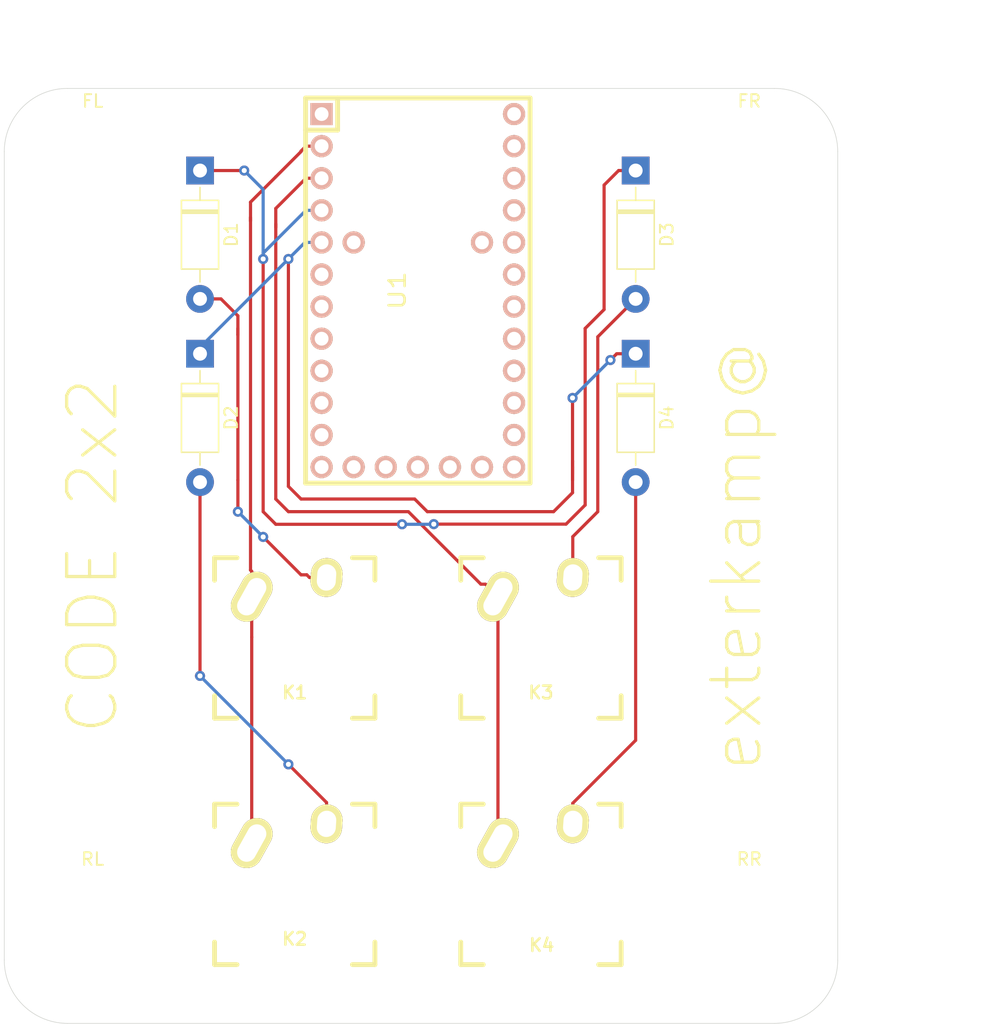
<source format=kicad_pcb>
(kicad_pcb (version 20171130) (host pcbnew "(5.1.2)-1")

  (general
    (thickness 1.6)
    (drawings 12)
    (tracks 93)
    (zones 0)
    (modules 13)
    (nets 34)
  )

  (page A4)
  (layers
    (0 F.Cu signal)
    (31 B.Cu signal)
    (32 B.Adhes user)
    (33 F.Adhes user)
    (34 B.Paste user)
    (35 F.Paste user)
    (36 B.SilkS user)
    (37 F.SilkS user)
    (38 B.Mask user)
    (39 F.Mask user)
    (40 Dwgs.User user)
    (41 Cmts.User user)
    (42 Eco1.User user)
    (43 Eco2.User user)
    (44 Edge.Cuts user)
    (45 Margin user)
    (46 B.CrtYd user)
    (47 F.CrtYd user)
    (48 B.Fab user)
    (49 F.Fab user)
  )

  (setup
    (last_trace_width 0.25)
    (trace_clearance 0.2)
    (zone_clearance 0.508)
    (zone_45_only no)
    (trace_min 0.2)
    (via_size 0.8)
    (via_drill 0.4)
    (via_min_size 0.4)
    (via_min_drill 0.3)
    (uvia_size 0.3)
    (uvia_drill 0.1)
    (uvias_allowed no)
    (uvia_min_size 0.2)
    (uvia_min_drill 0.1)
    (edge_width 0.05)
    (segment_width 0.2)
    (pcb_text_width 0.3)
    (pcb_text_size 1.5 1.5)
    (mod_edge_width 0.12)
    (mod_text_size 1 1)
    (mod_text_width 0.15)
    (pad_size 1.524 1.524)
    (pad_drill 0.762)
    (pad_to_mask_clearance 0.051)
    (solder_mask_min_width 0.25)
    (aux_axis_origin 0 0)
    (visible_elements 7FFFFFFF)
    (pcbplotparams
      (layerselection 0x010fc_ffffffff)
      (usegerberextensions false)
      (usegerberattributes false)
      (usegerberadvancedattributes false)
      (creategerberjobfile false)
      (excludeedgelayer true)
      (linewidth 0.100000)
      (plotframeref false)
      (viasonmask false)
      (mode 1)
      (useauxorigin false)
      (hpglpennumber 1)
      (hpglpenspeed 20)
      (hpglpendiameter 15.000000)
      (psnegative false)
      (psa4output false)
      (plotreference true)
      (plotvalue true)
      (plotinvisibletext false)
      (padsonsilk false)
      (subtractmaskfromsilk false)
      (outputformat 1)
      (mirror false)
      (drillshape 0)
      (scaleselection 1)
      (outputdirectory "gerber/"))
  )

  (net 0 "")
  (net 1 "Net-(D1-Pad2)")
  (net 2 /row0)
  (net 3 "Net-(D2-Pad2)")
  (net 4 /row1)
  (net 5 "Net-(D3-Pad2)")
  (net 6 "Net-(D4-Pad2)")
  (net 7 /col0)
  (net 8 /col1)
  (net 9 VCC)
  (net 10 GND)
  (net 11 "Net-(U1-Pad6)")
  (net 12 "Net-(U1-Pad7)")
  (net 13 "Net-(U1-Pad8)")
  (net 14 "Net-(U1-Pad9)")
  (net 15 "Net-(U1-Pad10)")
  (net 16 "Net-(U1-Pad11)")
  (net 17 "Net-(U1-Pad12)")
  (net 18 "Net-(U1-Pad13)")
  (net 19 "Net-(U1-Pad17)")
  (net 20 "Net-(U1-Pad18)")
  (net 21 "Net-(U1-Pad19)")
  (net 22 "Net-(U1-Pad20)")
  (net 23 "Net-(U1-Pad21)")
  (net 24 "Net-(U1-Pad22)")
  (net 25 "Net-(U1-Pad23)")
  (net 26 "Net-(U1-Pad24)")
  (net 27 "Net-(U1-Pad25)")
  (net 28 "Net-(U1-Pad26)")
  (net 29 "Net-(U1-Pad27)")
  (net 30 "Net-(U1-Pad28)")
  (net 31 "Net-(U1-Pad30)")
  (net 32 "Net-(U1-Pad31)")
  (net 33 "Net-(U1-Pad16)")

  (net_class Default "This is the default net class."
    (clearance 0.2)
    (trace_width 0.25)
    (via_dia 0.8)
    (via_drill 0.4)
    (uvia_dia 0.3)
    (uvia_drill 0.1)
    (add_net /col0)
    (add_net /col1)
    (add_net /row0)
    (add_net /row1)
    (add_net GND)
    (add_net "Net-(D1-Pad2)")
    (add_net "Net-(D2-Pad2)")
    (add_net "Net-(D3-Pad2)")
    (add_net "Net-(D4-Pad2)")
    (add_net "Net-(U1-Pad10)")
    (add_net "Net-(U1-Pad11)")
    (add_net "Net-(U1-Pad12)")
    (add_net "Net-(U1-Pad13)")
    (add_net "Net-(U1-Pad16)")
    (add_net "Net-(U1-Pad17)")
    (add_net "Net-(U1-Pad18)")
    (add_net "Net-(U1-Pad19)")
    (add_net "Net-(U1-Pad20)")
    (add_net "Net-(U1-Pad21)")
    (add_net "Net-(U1-Pad22)")
    (add_net "Net-(U1-Pad23)")
    (add_net "Net-(U1-Pad24)")
    (add_net "Net-(U1-Pad25)")
    (add_net "Net-(U1-Pad26)")
    (add_net "Net-(U1-Pad27)")
    (add_net "Net-(U1-Pad28)")
    (add_net "Net-(U1-Pad30)")
    (add_net "Net-(U1-Pad31)")
    (add_net "Net-(U1-Pad6)")
    (add_net "Net-(U1-Pad7)")
    (add_net "Net-(U1-Pad8)")
    (add_net "Net-(U1-Pad9)")
    (add_net VCC)
  )

  (module MountingHole:MountingHole_5mm (layer F.Cu) (tedit 56D1B4CB) (tstamp 5CC7DBA3)
    (at 183 110)
    (descr "Mounting Hole 5mm, no annular")
    (tags "mounting hole 5mm no annular")
    (attr virtual)
    (fp_text reference RR (at 0 -6) (layer F.SilkS)
      (effects (font (size 1 1) (thickness 0.15)))
    )
    (fp_text value MountingHole_5mm (at 0 6) (layer F.Fab)
      (effects (font (size 1 1) (thickness 0.15)))
    )
    (fp_text user %R (at 0.3 0) (layer F.Fab)
      (effects (font (size 1 1) (thickness 0.15)))
    )
    (fp_circle (center 0 0) (end 5 0) (layer Cmts.User) (width 0.15))
    (fp_circle (center 0 0) (end 5.25 0) (layer F.CrtYd) (width 0.05))
    (pad 1 np_thru_hole circle (at 0 0) (size 5 5) (drill 5) (layers *.Cu *.Mask))
  )

  (module MountingHole:MountingHole_5mm (layer F.Cu) (tedit 56D1B4CB) (tstamp 5CC7DBA3)
    (at 131 110)
    (descr "Mounting Hole 5mm, no annular")
    (tags "mounting hole 5mm no annular")
    (attr virtual)
    (fp_text reference RL (at 0 -6) (layer F.SilkS)
      (effects (font (size 1 1) (thickness 0.15)))
    )
    (fp_text value MountingHole_5mm (at 0 6) (layer F.Fab)
      (effects (font (size 1 1) (thickness 0.15)))
    )
    (fp_text user %R (at 0.3 0) (layer F.Fab)
      (effects (font (size 1 1) (thickness 0.15)))
    )
    (fp_circle (center 0 0) (end 5 0) (layer Cmts.User) (width 0.15))
    (fp_circle (center 0 0) (end 5.25 0) (layer F.CrtYd) (width 0.05))
    (pad 1 np_thru_hole circle (at 0 0) (size 5 5) (drill 5) (layers *.Cu *.Mask))
  )

  (module MountingHole:MountingHole_5mm (layer F.Cu) (tedit 56D1B4CB) (tstamp 5CC7DBA3)
    (at 183 50)
    (descr "Mounting Hole 5mm, no annular")
    (tags "mounting hole 5mm no annular")
    (attr virtual)
    (fp_text reference FR (at 0 -6) (layer F.SilkS)
      (effects (font (size 1 1) (thickness 0.15)))
    )
    (fp_text value MountingHole_5mm (at 0 6) (layer F.Fab)
      (effects (font (size 1 1) (thickness 0.15)))
    )
    (fp_text user %R (at 0.3 0) (layer F.Fab)
      (effects (font (size 1 1) (thickness 0.15)))
    )
    (fp_circle (center 0 0) (end 5 0) (layer Cmts.User) (width 0.15))
    (fp_circle (center 0 0) (end 5.25 0) (layer F.CrtYd) (width 0.05))
    (pad 1 np_thru_hole circle (at 0 0) (size 5 5) (drill 5) (layers *.Cu *.Mask))
  )

  (module MountingHole:MountingHole_5mm (layer F.Cu) (tedit 56D1B4CB) (tstamp 5CC7DB7D)
    (at 131 50)
    (descr "Mounting Hole 5mm, no annular")
    (tags "mounting hole 5mm no annular")
    (attr virtual)
    (fp_text reference FL (at 0 -6) (layer F.SilkS)
      (effects (font (size 1 1) (thickness 0.15)))
    )
    (fp_text value MountingHole_5mm (at 0 6) (layer F.Fab)
      (effects (font (size 1 1) (thickness 0.15)))
    )
    (fp_circle (center 0 0) (end 5.25 0) (layer F.CrtYd) (width 0.05))
    (fp_circle (center 0 0) (end 5 0) (layer Cmts.User) (width 0.15))
    (fp_text user %R (at 0.3 0) (layer F.Fab)
      (effects (font (size 1 1) (thickness 0.15)))
    )
    (pad 1 np_thru_hole circle (at 0 0) (size 5 5) (drill 5) (layers *.Cu *.Mask))
  )

  (module keebs:Mx_Alps_100 (layer F.Cu) (tedit 58057B75) (tstamp 5CC7DD03)
    (at 147 86.5)
    (descr MXALPS)
    (tags MXALPS)
    (path /5CC6C0FB)
    (fp_text reference K1 (at 0 4.318) (layer F.SilkS)
      (effects (font (size 1 1) (thickness 0.2)))
    )
    (fp_text value KEYSW (at 5 10.922) (layer B.SilkS) hide
      (effects (font (size 1.524 1.524) (thickness 0.3048)) (justify mirror))
    )
    (fp_line (start -6.35 -6.35) (end 6.35 -6.35) (layer Cmts.User) (width 0.1524))
    (fp_line (start 6.35 -6.35) (end 6.35 6.35) (layer Cmts.User) (width 0.1524))
    (fp_line (start 6.35 6.35) (end -6.35 6.35) (layer Cmts.User) (width 0.1524))
    (fp_line (start -6.35 6.35) (end -6.35 -6.35) (layer Cmts.User) (width 0.1524))
    (fp_line (start -9.398 -9.398) (end 9.398 -9.398) (layer Dwgs.User) (width 0.1524))
    (fp_line (start 9.398 -9.398) (end 9.398 9.398) (layer Dwgs.User) (width 0.1524))
    (fp_line (start 9.398 9.398) (end -9.398 9.398) (layer Dwgs.User) (width 0.1524))
    (fp_line (start -9.398 9.398) (end -9.398 -9.398) (layer Dwgs.User) (width 0.1524))
    (fp_line (start -6.35 -6.35) (end -4.572 -6.35) (layer F.SilkS) (width 0.381))
    (fp_line (start 4.572 -6.35) (end 6.35 -6.35) (layer F.SilkS) (width 0.381))
    (fp_line (start 6.35 -6.35) (end 6.35 -4.572) (layer F.SilkS) (width 0.381))
    (fp_line (start 6.35 4.572) (end 6.35 6.35) (layer F.SilkS) (width 0.381))
    (fp_line (start 6.35 6.35) (end 4.572 6.35) (layer F.SilkS) (width 0.381))
    (fp_line (start -4.572 6.35) (end -6.35 6.35) (layer F.SilkS) (width 0.381))
    (fp_line (start -6.35 6.35) (end -6.35 4.572) (layer F.SilkS) (width 0.381))
    (fp_line (start -6.35 -4.572) (end -6.35 -6.35) (layer F.SilkS) (width 0.381))
    (fp_line (start -6.985 -6.985) (end 6.985 -6.985) (layer Eco2.User) (width 0.1524))
    (fp_line (start 6.985 -6.985) (end 6.985 6.985) (layer Eco2.User) (width 0.1524))
    (fp_line (start 6.985 6.985) (end -6.985 6.985) (layer Eco2.User) (width 0.1524))
    (fp_line (start -6.985 6.985) (end -6.985 -6.985) (layer Eco2.User) (width 0.1524))
    (fp_line (start -7.75 6.4) (end -7.75 -6.4) (layer Dwgs.User) (width 0.3))
    (fp_line (start -7.75 6.4) (end 7.75 6.4) (layer Dwgs.User) (width 0.3))
    (fp_line (start 7.75 6.4) (end 7.75 -6.4) (layer Dwgs.User) (width 0.3))
    (fp_line (start 7.75 -6.4) (end -7.75 -6.4) (layer Dwgs.User) (width 0.3))
    (fp_line (start -7.62 -7.62) (end 7.62 -7.62) (layer Dwgs.User) (width 0.3))
    (fp_line (start 7.62 -7.62) (end 7.62 7.62) (layer Dwgs.User) (width 0.3))
    (fp_line (start 7.62 7.62) (end -7.62 7.62) (layer Dwgs.User) (width 0.3))
    (fp_line (start -7.62 7.62) (end -7.62 -7.62) (layer Dwgs.User) (width 0.3))
    (pad HOLE np_thru_hole circle (at 0 0) (size 3.9878 3.9878) (drill 3.9878) (layers *.Cu))
    (pad HOLE np_thru_hole circle (at -5.08 0) (size 1.7018 1.7018) (drill 1.7018) (layers *.Cu))
    (pad HOLE np_thru_hole circle (at 5.08 0) (size 1.7018 1.7018) (drill 1.7018) (layers *.Cu))
    (pad 1 thru_hole oval (at -3.405 -3.27 330.95) (size 2.5 4.17) (drill oval 1.5 3.17) (layers *.Cu *.Mask F.SilkS)
      (net 7 /col0))
    (pad 2 thru_hole oval (at 2.52 -4.79 356.1) (size 2.5 3.08) (drill oval 1.5 2.08) (layers *.Cu *.Mask F.SilkS)
      (net 1 "Net-(D1-Pad2)"))
  )

  (module keebs:Mx_Alps_100 (layer F.Cu) (tedit 58057B75) (tstamp 5CC6F11A)
    (at 166.5 86.5)
    (descr MXALPS)
    (tags MXALPS)
    (path /5CC71A20)
    (fp_text reference K3 (at 0 4.318) (layer F.SilkS)
      (effects (font (size 1 1) (thickness 0.2)))
    )
    (fp_text value KEYSW (at 5.334 10.922) (layer B.SilkS) hide
      (effects (font (size 1.524 1.524) (thickness 0.3048)) (justify mirror))
    )
    (fp_line (start -6.35 -6.35) (end 6.35 -6.35) (layer Cmts.User) (width 0.1524))
    (fp_line (start 6.35 -6.35) (end 6.35 6.35) (layer Cmts.User) (width 0.1524))
    (fp_line (start 6.35 6.35) (end -6.35 6.35) (layer Cmts.User) (width 0.1524))
    (fp_line (start -6.35 6.35) (end -6.35 -6.35) (layer Cmts.User) (width 0.1524))
    (fp_line (start -9.398 -9.398) (end 9.398 -9.398) (layer Dwgs.User) (width 0.1524))
    (fp_line (start 9.398 -9.398) (end 9.398 9.398) (layer Dwgs.User) (width 0.1524))
    (fp_line (start 9.398 9.398) (end -9.398 9.398) (layer Dwgs.User) (width 0.1524))
    (fp_line (start -9.398 9.398) (end -9.398 -9.398) (layer Dwgs.User) (width 0.1524))
    (fp_line (start -6.35 -6.35) (end -4.572 -6.35) (layer F.SilkS) (width 0.381))
    (fp_line (start 4.572 -6.35) (end 6.35 -6.35) (layer F.SilkS) (width 0.381))
    (fp_line (start 6.35 -6.35) (end 6.35 -4.572) (layer F.SilkS) (width 0.381))
    (fp_line (start 6.35 4.572) (end 6.35 6.35) (layer F.SilkS) (width 0.381))
    (fp_line (start 6.35 6.35) (end 4.572 6.35) (layer F.SilkS) (width 0.381))
    (fp_line (start -4.572 6.35) (end -6.35 6.35) (layer F.SilkS) (width 0.381))
    (fp_line (start -6.35 6.35) (end -6.35 4.572) (layer F.SilkS) (width 0.381))
    (fp_line (start -6.35 -4.572) (end -6.35 -6.35) (layer F.SilkS) (width 0.381))
    (fp_line (start -6.985 -6.985) (end 6.985 -6.985) (layer Eco2.User) (width 0.1524))
    (fp_line (start 6.985 -6.985) (end 6.985 6.985) (layer Eco2.User) (width 0.1524))
    (fp_line (start 6.985 6.985) (end -6.985 6.985) (layer Eco2.User) (width 0.1524))
    (fp_line (start -6.985 6.985) (end -6.985 -6.985) (layer Eco2.User) (width 0.1524))
    (fp_line (start -7.75 6.4) (end -7.75 -6.4) (layer Dwgs.User) (width 0.3))
    (fp_line (start -7.75 6.4) (end 7.75 6.4) (layer Dwgs.User) (width 0.3))
    (fp_line (start 7.75 6.4) (end 7.75 -6.4) (layer Dwgs.User) (width 0.3))
    (fp_line (start 7.75 -6.4) (end -7.75 -6.4) (layer Dwgs.User) (width 0.3))
    (fp_line (start -7.62 -7.62) (end 7.62 -7.62) (layer Dwgs.User) (width 0.3))
    (fp_line (start 7.62 -7.62) (end 7.62 7.62) (layer Dwgs.User) (width 0.3))
    (fp_line (start 7.62 7.62) (end -7.62 7.62) (layer Dwgs.User) (width 0.3))
    (fp_line (start -7.62 7.62) (end -7.62 -7.62) (layer Dwgs.User) (width 0.3))
    (pad HOLE np_thru_hole circle (at 0 0) (size 3.9878 3.9878) (drill 3.9878) (layers *.Cu))
    (pad HOLE np_thru_hole circle (at -5.08 0) (size 1.7018 1.7018) (drill 1.7018) (layers *.Cu))
    (pad HOLE np_thru_hole circle (at 5.08 0) (size 1.7018 1.7018) (drill 1.7018) (layers *.Cu))
    (pad 1 thru_hole oval (at -3.405 -3.27 330.95) (size 2.5 4.17) (drill oval 1.5 3.17) (layers *.Cu *.Mask F.SilkS)
      (net 8 /col1))
    (pad 2 thru_hole oval (at 2.52 -4.79 356.1) (size 2.5 3.08) (drill oval 1.5 2.08) (layers *.Cu *.Mask F.SilkS)
      (net 5 "Net-(D3-Pad2)"))
  )

  (module keebs:Mx_Alps_100 (layer F.Cu) (tedit 58057B75) (tstamp 5CC6F0F5)
    (at 147 106)
    (descr MXALPS)
    (tags MXALPS)
    (path /5CC70660)
    (fp_text reference K2 (at 0 4.318) (layer F.SilkS)
      (effects (font (size 1 1) (thickness 0.2)))
    )
    (fp_text value KEYSW (at 5.334 10.922) (layer B.SilkS) hide
      (effects (font (size 1.524 1.524) (thickness 0.3048)) (justify mirror))
    )
    (fp_line (start -7.62 7.62) (end -7.62 -7.62) (layer Dwgs.User) (width 0.3))
    (fp_line (start 7.62 7.62) (end -7.62 7.62) (layer Dwgs.User) (width 0.3))
    (fp_line (start 7.62 -7.62) (end 7.62 7.62) (layer Dwgs.User) (width 0.3))
    (fp_line (start -7.62 -7.62) (end 7.62 -7.62) (layer Dwgs.User) (width 0.3))
    (fp_line (start 7.75 -6.4) (end -7.75 -6.4) (layer Dwgs.User) (width 0.3))
    (fp_line (start 7.75 6.4) (end 7.75 -6.4) (layer Dwgs.User) (width 0.3))
    (fp_line (start -7.75 6.4) (end 7.75 6.4) (layer Dwgs.User) (width 0.3))
    (fp_line (start -7.75 6.4) (end -7.75 -6.4) (layer Dwgs.User) (width 0.3))
    (fp_line (start -6.985 6.985) (end -6.985 -6.985) (layer Eco2.User) (width 0.1524))
    (fp_line (start 6.985 6.985) (end -6.985 6.985) (layer Eco2.User) (width 0.1524))
    (fp_line (start 6.985 -6.985) (end 6.985 6.985) (layer Eco2.User) (width 0.1524))
    (fp_line (start -6.985 -6.985) (end 6.985 -6.985) (layer Eco2.User) (width 0.1524))
    (fp_line (start -6.35 -4.572) (end -6.35 -6.35) (layer F.SilkS) (width 0.381))
    (fp_line (start -6.35 6.35) (end -6.35 4.572) (layer F.SilkS) (width 0.381))
    (fp_line (start -4.572 6.35) (end -6.35 6.35) (layer F.SilkS) (width 0.381))
    (fp_line (start 6.35 6.35) (end 4.572 6.35) (layer F.SilkS) (width 0.381))
    (fp_line (start 6.35 4.572) (end 6.35 6.35) (layer F.SilkS) (width 0.381))
    (fp_line (start 6.35 -6.35) (end 6.35 -4.572) (layer F.SilkS) (width 0.381))
    (fp_line (start 4.572 -6.35) (end 6.35 -6.35) (layer F.SilkS) (width 0.381))
    (fp_line (start -6.35 -6.35) (end -4.572 -6.35) (layer F.SilkS) (width 0.381))
    (fp_line (start -9.398 9.398) (end -9.398 -9.398) (layer Dwgs.User) (width 0.1524))
    (fp_line (start 9.398 9.398) (end -9.398 9.398) (layer Dwgs.User) (width 0.1524))
    (fp_line (start 9.398 -9.398) (end 9.398 9.398) (layer Dwgs.User) (width 0.1524))
    (fp_line (start -9.398 -9.398) (end 9.398 -9.398) (layer Dwgs.User) (width 0.1524))
    (fp_line (start -6.35 6.35) (end -6.35 -6.35) (layer Cmts.User) (width 0.1524))
    (fp_line (start 6.35 6.35) (end -6.35 6.35) (layer Cmts.User) (width 0.1524))
    (fp_line (start 6.35 -6.35) (end 6.35 6.35) (layer Cmts.User) (width 0.1524))
    (fp_line (start -6.35 -6.35) (end 6.35 -6.35) (layer Cmts.User) (width 0.1524))
    (pad 2 thru_hole oval (at 2.52 -4.79 356.1) (size 2.5 3.08) (drill oval 1.5 2.08) (layers *.Cu *.Mask F.SilkS)
      (net 3 "Net-(D2-Pad2)"))
    (pad 1 thru_hole oval (at -3.405 -3.27 330.95) (size 2.5 4.17) (drill oval 1.5 3.17) (layers *.Cu *.Mask F.SilkS)
      (net 7 /col0))
    (pad HOLE np_thru_hole circle (at 5.08 0) (size 1.7018 1.7018) (drill 1.7018) (layers *.Cu))
    (pad HOLE np_thru_hole circle (at -5.08 0) (size 1.7018 1.7018) (drill 1.7018) (layers *.Cu))
    (pad HOLE np_thru_hole circle (at 0 0) (size 3.9878 3.9878) (drill 3.9878) (layers *.Cu))
  )

  (module keebs:Mx_Alps_100 (layer F.Cu) (tedit 58057B75) (tstamp 5CC6F13F)
    (at 166.5 106)
    (descr MXALPS)
    (tags MXALPS)
    (path /5CC71CD2)
    (fp_text reference K4 (at 0.058 4.812) (layer F.SilkS)
      (effects (font (size 1 1) (thickness 0.2)))
    )
    (fp_text value KEYSW (at 5.334 10.922) (layer B.SilkS) hide
      (effects (font (size 1.524 1.524) (thickness 0.3048)) (justify mirror))
    )
    (fp_line (start -7.62 7.62) (end -7.62 -7.62) (layer Dwgs.User) (width 0.3))
    (fp_line (start 7.62 7.62) (end -7.62 7.62) (layer Dwgs.User) (width 0.3))
    (fp_line (start 7.62 -7.62) (end 7.62 7.62) (layer Dwgs.User) (width 0.3))
    (fp_line (start -7.62 -7.62) (end 7.62 -7.62) (layer Dwgs.User) (width 0.3))
    (fp_line (start 7.75 -6.4) (end -7.75 -6.4) (layer Dwgs.User) (width 0.3))
    (fp_line (start 7.75 6.4) (end 7.75 -6.4) (layer Dwgs.User) (width 0.3))
    (fp_line (start -7.75 6.4) (end 7.75 6.4) (layer Dwgs.User) (width 0.3))
    (fp_line (start -7.75 6.4) (end -7.75 -6.4) (layer Dwgs.User) (width 0.3))
    (fp_line (start -6.985 6.985) (end -6.985 -6.985) (layer Eco2.User) (width 0.1524))
    (fp_line (start 6.985 6.985) (end -6.985 6.985) (layer Eco2.User) (width 0.1524))
    (fp_line (start 6.985 -6.985) (end 6.985 6.985) (layer Eco2.User) (width 0.1524))
    (fp_line (start -6.985 -6.985) (end 6.985 -6.985) (layer Eco2.User) (width 0.1524))
    (fp_line (start -6.35 -4.572) (end -6.35 -6.35) (layer F.SilkS) (width 0.381))
    (fp_line (start -6.35 6.35) (end -6.35 4.572) (layer F.SilkS) (width 0.381))
    (fp_line (start -4.572 6.35) (end -6.35 6.35) (layer F.SilkS) (width 0.381))
    (fp_line (start 6.35 6.35) (end 4.572 6.35) (layer F.SilkS) (width 0.381))
    (fp_line (start 6.35 4.572) (end 6.35 6.35) (layer F.SilkS) (width 0.381))
    (fp_line (start 6.35 -6.35) (end 6.35 -4.572) (layer F.SilkS) (width 0.381))
    (fp_line (start 4.572 -6.35) (end 6.35 -6.35) (layer F.SilkS) (width 0.381))
    (fp_line (start -6.35 -6.35) (end -4.572 -6.35) (layer F.SilkS) (width 0.381))
    (fp_line (start -9.398 9.398) (end -9.398 -9.398) (layer Dwgs.User) (width 0.1524))
    (fp_line (start 9.398 9.398) (end -9.398 9.398) (layer Dwgs.User) (width 0.1524))
    (fp_line (start 9.398 -9.398) (end 9.398 9.398) (layer Dwgs.User) (width 0.1524))
    (fp_line (start -9.398 -9.398) (end 9.398 -9.398) (layer Dwgs.User) (width 0.1524))
    (fp_line (start -6.35 6.35) (end -6.35 -6.35) (layer Cmts.User) (width 0.1524))
    (fp_line (start 6.35 6.35) (end -6.35 6.35) (layer Cmts.User) (width 0.1524))
    (fp_line (start 6.35 -6.35) (end 6.35 6.35) (layer Cmts.User) (width 0.1524))
    (fp_line (start -6.35 -6.35) (end 6.35 -6.35) (layer Cmts.User) (width 0.1524))
    (pad 2 thru_hole oval (at 2.52 -4.79 356.1) (size 2.5 3.08) (drill oval 1.5 2.08) (layers *.Cu *.Mask F.SilkS)
      (net 6 "Net-(D4-Pad2)"))
    (pad 1 thru_hole oval (at -3.405 -3.27 330.95) (size 2.5 4.17) (drill oval 1.5 3.17) (layers *.Cu *.Mask F.SilkS)
      (net 8 /col1))
    (pad HOLE np_thru_hole circle (at 5.08 0) (size 1.7018 1.7018) (drill 1.7018) (layers *.Cu))
    (pad HOLE np_thru_hole circle (at -5.08 0) (size 1.7018 1.7018) (drill 1.7018) (layers *.Cu))
    (pad HOLE np_thru_hole circle (at 0 0) (size 3.9878 3.9878) (drill 3.9878) (layers *.Cu))
  )

  (module keebs:Teensy_20 (layer F.Cu) (tedit 549AEE1E) (tstamp 5CC7D869)
    (at 156.75 59 270)
    (path /5CC69923)
    (fp_text reference U1 (at 0 1.625 90) (layer F.SilkS)
      (effects (font (size 1.27 1.524) (thickness 0.2032)))
    )
    (fp_text value Teensy2.0 (at 0 0 90) (layer F.SilkS) hide
      (effects (font (size 1.27 1.524) (thickness 0.2032)))
    )
    (fp_line (start -15.24 -8.89) (end -15.24 8.89) (layer F.SilkS) (width 0.381))
    (fp_line (start -15.24 8.89) (end 15.24 8.89) (layer F.SilkS) (width 0.381))
    (fp_line (start 15.24 8.89) (end 15.24 -8.89) (layer F.SilkS) (width 0.381))
    (fp_line (start 15.24 -8.89) (end -15.24 -8.89) (layer F.SilkS) (width 0.381))
    (fp_line (start -15.24 6.35) (end -12.7 6.35) (layer F.SilkS) (width 0.381))
    (fp_line (start -12.7 6.35) (end -12.7 8.89) (layer F.SilkS) (width 0.381))
    (pad 1 thru_hole rect (at -13.97 7.62 270) (size 1.7526 1.7526) (drill 1.0922) (layers *.Cu *.SilkS *.Mask)
      (net 10 GND))
    (pad 2 thru_hole circle (at -11.43 7.62 270) (size 1.7526 1.7526) (drill 1.0922) (layers *.Cu *.SilkS *.Mask)
      (net 7 /col0))
    (pad 3 thru_hole circle (at -8.89 7.62 270) (size 1.7526 1.7526) (drill 1.0922) (layers *.Cu *.SilkS *.Mask)
      (net 8 /col1))
    (pad 4 thru_hole circle (at -6.35 7.62 270) (size 1.7526 1.7526) (drill 1.0922) (layers *.Cu *.SilkS *.Mask)
      (net 2 /row0))
    (pad 5 thru_hole circle (at -3.81 7.62 270) (size 1.7526 1.7526) (drill 1.0922) (layers *.Cu *.SilkS *.Mask)
      (net 4 /row1))
    (pad 6 thru_hole circle (at -1.27 7.62 270) (size 1.7526 1.7526) (drill 1.0922) (layers *.Cu *.SilkS *.Mask)
      (net 11 "Net-(U1-Pad6)"))
    (pad 7 thru_hole circle (at 1.27 7.62 270) (size 1.7526 1.7526) (drill 1.0922) (layers *.Cu *.SilkS *.Mask)
      (net 12 "Net-(U1-Pad7)"))
    (pad 8 thru_hole circle (at 3.81 7.62 270) (size 1.7526 1.7526) (drill 1.0922) (layers *.Cu *.SilkS *.Mask)
      (net 13 "Net-(U1-Pad8)"))
    (pad 9 thru_hole circle (at 6.35 7.62 270) (size 1.7526 1.7526) (drill 1.0922) (layers *.Cu *.SilkS *.Mask)
      (net 14 "Net-(U1-Pad9)"))
    (pad 10 thru_hole circle (at 8.89 7.62 270) (size 1.7526 1.7526) (drill 1.0922) (layers *.Cu *.SilkS *.Mask)
      (net 15 "Net-(U1-Pad10)"))
    (pad 11 thru_hole circle (at 11.43 7.62 270) (size 1.7526 1.7526) (drill 1.0922) (layers *.Cu *.SilkS *.Mask)
      (net 16 "Net-(U1-Pad11)"))
    (pad 12 thru_hole circle (at 13.97 7.62 270) (size 1.7526 1.7526) (drill 1.0922) (layers *.Cu *.SilkS *.Mask)
      (net 17 "Net-(U1-Pad12)"))
    (pad 13 thru_hole circle (at 13.97 5.08 180) (size 1.7526 1.7526) (drill 1.0922) (layers *.Cu *.SilkS *.Mask)
      (net 18 "Net-(U1-Pad13)"))
    (pad 14 thru_hole circle (at 13.97 2.54 180) (size 1.7526 1.7526) (drill 1.0922) (layers *.Cu *.SilkS *.Mask)
      (net 9 VCC))
    (pad 15 thru_hole circle (at 13.97 0 180) (size 1.7526 1.7526) (drill 1.0922) (layers *.Cu *.SilkS *.Mask)
      (net 10 GND))
    (pad 16 thru_hole circle (at 13.97 -2.54 180) (size 1.7526 1.7526) (drill 1.0922) (layers *.Cu *.SilkS *.Mask)
      (net 33 "Net-(U1-Pad16)"))
    (pad 17 thru_hole circle (at 13.97 -5.08 180) (size 1.7526 1.7526) (drill 1.0922) (layers *.Cu *.SilkS *.Mask)
      (net 19 "Net-(U1-Pad17)"))
    (pad 18 thru_hole circle (at 13.97 -7.62 270) (size 1.7526 1.7526) (drill 1.0922) (layers *.Cu *.SilkS *.Mask)
      (net 20 "Net-(U1-Pad18)"))
    (pad 19 thru_hole circle (at 11.43 -7.62 270) (size 1.7526 1.7526) (drill 1.0922) (layers *.Cu *.SilkS *.Mask)
      (net 21 "Net-(U1-Pad19)"))
    (pad 20 thru_hole circle (at 8.89 -7.62 270) (size 1.7526 1.7526) (drill 1.0922) (layers *.Cu *.SilkS *.Mask)
      (net 22 "Net-(U1-Pad20)"))
    (pad 21 thru_hole circle (at 6.35 -7.62 270) (size 1.7526 1.7526) (drill 1.0922) (layers *.Cu *.SilkS *.Mask)
      (net 23 "Net-(U1-Pad21)"))
    (pad 22 thru_hole circle (at 3.81 -7.62 270) (size 1.7526 1.7526) (drill 1.0922) (layers *.Cu *.SilkS *.Mask)
      (net 24 "Net-(U1-Pad22)"))
    (pad 23 thru_hole circle (at 1.27 -7.62 270) (size 1.7526 1.7526) (drill 1.0922) (layers *.Cu *.SilkS *.Mask)
      (net 25 "Net-(U1-Pad23)"))
    (pad 24 thru_hole circle (at -1.27 -7.62 270) (size 1.7526 1.7526) (drill 1.0922) (layers *.Cu *.SilkS *.Mask)
      (net 26 "Net-(U1-Pad24)"))
    (pad 25 thru_hole circle (at -3.81 -7.62 270) (size 1.7526 1.7526) (drill 1.0922) (layers *.Cu *.SilkS *.Mask)
      (net 27 "Net-(U1-Pad25)"))
    (pad 26 thru_hole circle (at -6.35 -7.62 270) (size 1.7526 1.7526) (drill 1.0922) (layers *.Cu *.SilkS *.Mask)
      (net 28 "Net-(U1-Pad26)"))
    (pad 27 thru_hole circle (at -8.89 -7.62 270) (size 1.7526 1.7526) (drill 1.0922) (layers *.Cu *.SilkS *.Mask)
      (net 29 "Net-(U1-Pad27)"))
    (pad 28 thru_hole circle (at -11.43 -7.62 270) (size 1.7526 1.7526) (drill 1.0922) (layers *.Cu *.SilkS *.Mask)
      (net 30 "Net-(U1-Pad28)"))
    (pad 29 thru_hole circle (at -13.97 -7.62 270) (size 1.7526 1.7526) (drill 1.0922) (layers *.Cu *.SilkS *.Mask)
      (net 9 VCC))
    (pad 30 thru_hole circle (at -3.81 -5.08 180) (size 1.7526 1.7526) (drill 1.0922) (layers *.Cu *.SilkS *.Mask)
      (net 31 "Net-(U1-Pad30)"))
    (pad 31 thru_hole circle (at -3.81 5.08 180) (size 1.7526 1.7526) (drill 1.0922) (layers *.Cu *.SilkS *.Mask)
      (net 32 "Net-(U1-Pad31)"))
  )

  (module Diode_THT:D_DO-41_SOD81_P10.16mm_Horizontal (layer F.Cu) (tedit 5AE50CD5) (tstamp 5CC7C630)
    (at 139.5 49.5 270)
    (descr "Diode, DO-41_SOD81 series, Axial, Horizontal, pin pitch=10.16mm, , length*diameter=5.2*2.7mm^2, , http://www.diodes.com/_files/packages/DO-41%20(Plastic).pdf")
    (tags "Diode DO-41_SOD81 series Axial Horizontal pin pitch 10.16mm  length 5.2mm diameter 2.7mm")
    (path /5CC6DB2D)
    (fp_text reference D1 (at 5.08 -2.47 90) (layer F.SilkS)
      (effects (font (size 1 1) (thickness 0.15)))
    )
    (fp_text value D (at 5.08 2.47 90) (layer F.Fab)
      (effects (font (size 1 1) (thickness 0.15)))
    )
    (fp_line (start 2.48 -1.35) (end 2.48 1.35) (layer F.Fab) (width 0.1))
    (fp_line (start 2.48 1.35) (end 7.68 1.35) (layer F.Fab) (width 0.1))
    (fp_line (start 7.68 1.35) (end 7.68 -1.35) (layer F.Fab) (width 0.1))
    (fp_line (start 7.68 -1.35) (end 2.48 -1.35) (layer F.Fab) (width 0.1))
    (fp_line (start 0 0) (end 2.48 0) (layer F.Fab) (width 0.1))
    (fp_line (start 10.16 0) (end 7.68 0) (layer F.Fab) (width 0.1))
    (fp_line (start 3.26 -1.35) (end 3.26 1.35) (layer F.Fab) (width 0.1))
    (fp_line (start 3.36 -1.35) (end 3.36 1.35) (layer F.Fab) (width 0.1))
    (fp_line (start 3.16 -1.35) (end 3.16 1.35) (layer F.Fab) (width 0.1))
    (fp_line (start 2.36 -1.47) (end 2.36 1.47) (layer F.SilkS) (width 0.12))
    (fp_line (start 2.36 1.47) (end 7.8 1.47) (layer F.SilkS) (width 0.12))
    (fp_line (start 7.8 1.47) (end 7.8 -1.47) (layer F.SilkS) (width 0.12))
    (fp_line (start 7.8 -1.47) (end 2.36 -1.47) (layer F.SilkS) (width 0.12))
    (fp_line (start 1.34 0) (end 2.36 0) (layer F.SilkS) (width 0.12))
    (fp_line (start 8.82 0) (end 7.8 0) (layer F.SilkS) (width 0.12))
    (fp_line (start 3.26 -1.47) (end 3.26 1.47) (layer F.SilkS) (width 0.12))
    (fp_line (start 3.38 -1.47) (end 3.38 1.47) (layer F.SilkS) (width 0.12))
    (fp_line (start 3.14 -1.47) (end 3.14 1.47) (layer F.SilkS) (width 0.12))
    (fp_line (start -1.35 -1.6) (end -1.35 1.6) (layer F.CrtYd) (width 0.05))
    (fp_line (start -1.35 1.6) (end 11.51 1.6) (layer F.CrtYd) (width 0.05))
    (fp_line (start 11.51 1.6) (end 11.51 -1.6) (layer F.CrtYd) (width 0.05))
    (fp_line (start 11.51 -1.6) (end -1.35 -1.6) (layer F.CrtYd) (width 0.05))
    (fp_text user %R (at 5.47 0 90) (layer F.Fab)
      (effects (font (size 1 1) (thickness 0.15)))
    )
    (pad 1 thru_hole rect (at 0 0 270) (size 2.2 2.2) (drill 1.1) (layers *.Cu *.Mask)
      (net 2 /row0))
    (pad 2 thru_hole oval (at 10.16 0 270) (size 2.2 2.2) (drill 1.1) (layers *.Cu *.Mask)
      (net 1 "Net-(D1-Pad2)"))
    (model ${KISYS3DMOD}/Diode_THT.3dshapes/D_DO-41_SOD81_P10.16mm_Horizontal.wrl
      (at (xyz 0 0 0))
      (scale (xyz 1 1 1))
      (rotate (xyz 0 0 0))
    )
  )

  (module Diode_THT:D_DO-41_SOD81_P10.16mm_Horizontal (layer F.Cu) (tedit 5AE50CD5) (tstamp 5CC7C64E)
    (at 139.5 64 270)
    (descr "Diode, DO-41_SOD81 series, Axial, Horizontal, pin pitch=10.16mm, , length*diameter=5.2*2.7mm^2, , http://www.diodes.com/_files/packages/DO-41%20(Plastic).pdf")
    (tags "Diode DO-41_SOD81 series Axial Horizontal pin pitch 10.16mm  length 5.2mm diameter 2.7mm")
    (path /5CC70666)
    (fp_text reference D2 (at 5.08 -2.47 90) (layer F.SilkS)
      (effects (font (size 1 1) (thickness 0.15)))
    )
    (fp_text value D (at 5.08 2.47 90) (layer F.Fab)
      (effects (font (size 1 1) (thickness 0.15)))
    )
    (fp_text user %R (at 5.47 0 90) (layer F.Fab)
      (effects (font (size 1 1) (thickness 0.15)))
    )
    (fp_line (start 11.51 -1.6) (end -1.35 -1.6) (layer F.CrtYd) (width 0.05))
    (fp_line (start 11.51 1.6) (end 11.51 -1.6) (layer F.CrtYd) (width 0.05))
    (fp_line (start -1.35 1.6) (end 11.51 1.6) (layer F.CrtYd) (width 0.05))
    (fp_line (start -1.35 -1.6) (end -1.35 1.6) (layer F.CrtYd) (width 0.05))
    (fp_line (start 3.14 -1.47) (end 3.14 1.47) (layer F.SilkS) (width 0.12))
    (fp_line (start 3.38 -1.47) (end 3.38 1.47) (layer F.SilkS) (width 0.12))
    (fp_line (start 3.26 -1.47) (end 3.26 1.47) (layer F.SilkS) (width 0.12))
    (fp_line (start 8.82 0) (end 7.8 0) (layer F.SilkS) (width 0.12))
    (fp_line (start 1.34 0) (end 2.36 0) (layer F.SilkS) (width 0.12))
    (fp_line (start 7.8 -1.47) (end 2.36 -1.47) (layer F.SilkS) (width 0.12))
    (fp_line (start 7.8 1.47) (end 7.8 -1.47) (layer F.SilkS) (width 0.12))
    (fp_line (start 2.36 1.47) (end 7.8 1.47) (layer F.SilkS) (width 0.12))
    (fp_line (start 2.36 -1.47) (end 2.36 1.47) (layer F.SilkS) (width 0.12))
    (fp_line (start 3.16 -1.35) (end 3.16 1.35) (layer F.Fab) (width 0.1))
    (fp_line (start 3.36 -1.35) (end 3.36 1.35) (layer F.Fab) (width 0.1))
    (fp_line (start 3.26 -1.35) (end 3.26 1.35) (layer F.Fab) (width 0.1))
    (fp_line (start 10.16 0) (end 7.68 0) (layer F.Fab) (width 0.1))
    (fp_line (start 0 0) (end 2.48 0) (layer F.Fab) (width 0.1))
    (fp_line (start 7.68 -1.35) (end 2.48 -1.35) (layer F.Fab) (width 0.1))
    (fp_line (start 7.68 1.35) (end 7.68 -1.35) (layer F.Fab) (width 0.1))
    (fp_line (start 2.48 1.35) (end 7.68 1.35) (layer F.Fab) (width 0.1))
    (fp_line (start 2.48 -1.35) (end 2.48 1.35) (layer F.Fab) (width 0.1))
    (pad 2 thru_hole oval (at 10.16 0 270) (size 2.2 2.2) (drill 1.1) (layers *.Cu *.Mask)
      (net 3 "Net-(D2-Pad2)"))
    (pad 1 thru_hole rect (at 0 0 270) (size 2.2 2.2) (drill 1.1) (layers *.Cu *.Mask)
      (net 4 /row1))
    (model ${KISYS3DMOD}/Diode_THT.3dshapes/D_DO-41_SOD81_P10.16mm_Horizontal.wrl
      (at (xyz 0 0 0))
      (scale (xyz 1 1 1))
      (rotate (xyz 0 0 0))
    )
  )

  (module Diode_THT:D_DO-41_SOD81_P10.16mm_Horizontal (layer F.Cu) (tedit 5AE50CD5) (tstamp 5CC7D64E)
    (at 174 49.5 270)
    (descr "Diode, DO-41_SOD81 series, Axial, Horizontal, pin pitch=10.16mm, , length*diameter=5.2*2.7mm^2, , http://www.diodes.com/_files/packages/DO-41%20(Plastic).pdf")
    (tags "Diode DO-41_SOD81 series Axial Horizontal pin pitch 10.16mm  length 5.2mm diameter 2.7mm")
    (path /5CC71A26)
    (fp_text reference D3 (at 5.08 -2.47 90) (layer F.SilkS)
      (effects (font (size 1 1) (thickness 0.15)))
    )
    (fp_text value D (at 5.08 2.47 90) (layer F.Fab)
      (effects (font (size 1 1) (thickness 0.15)))
    )
    (fp_line (start 2.48 -1.35) (end 2.48 1.35) (layer F.Fab) (width 0.1))
    (fp_line (start 2.48 1.35) (end 7.68 1.35) (layer F.Fab) (width 0.1))
    (fp_line (start 7.68 1.35) (end 7.68 -1.35) (layer F.Fab) (width 0.1))
    (fp_line (start 7.68 -1.35) (end 2.48 -1.35) (layer F.Fab) (width 0.1))
    (fp_line (start 0 0) (end 2.48 0) (layer F.Fab) (width 0.1))
    (fp_line (start 10.16 0) (end 7.68 0) (layer F.Fab) (width 0.1))
    (fp_line (start 3.26 -1.35) (end 3.26 1.35) (layer F.Fab) (width 0.1))
    (fp_line (start 3.36 -1.35) (end 3.36 1.35) (layer F.Fab) (width 0.1))
    (fp_line (start 3.16 -1.35) (end 3.16 1.35) (layer F.Fab) (width 0.1))
    (fp_line (start 2.36 -1.47) (end 2.36 1.47) (layer F.SilkS) (width 0.12))
    (fp_line (start 2.36 1.47) (end 7.8 1.47) (layer F.SilkS) (width 0.12))
    (fp_line (start 7.8 1.47) (end 7.8 -1.47) (layer F.SilkS) (width 0.12))
    (fp_line (start 7.8 -1.47) (end 2.36 -1.47) (layer F.SilkS) (width 0.12))
    (fp_line (start 1.34 0) (end 2.36 0) (layer F.SilkS) (width 0.12))
    (fp_line (start 8.82 0) (end 7.8 0) (layer F.SilkS) (width 0.12))
    (fp_line (start 3.26 -1.47) (end 3.26 1.47) (layer F.SilkS) (width 0.12))
    (fp_line (start 3.38 -1.47) (end 3.38 1.47) (layer F.SilkS) (width 0.12))
    (fp_line (start 3.14 -1.47) (end 3.14 1.47) (layer F.SilkS) (width 0.12))
    (fp_line (start -1.35 -1.6) (end -1.35 1.6) (layer F.CrtYd) (width 0.05))
    (fp_line (start -1.35 1.6) (end 11.51 1.6) (layer F.CrtYd) (width 0.05))
    (fp_line (start 11.51 1.6) (end 11.51 -1.6) (layer F.CrtYd) (width 0.05))
    (fp_line (start 11.51 -1.6) (end -1.35 -1.6) (layer F.CrtYd) (width 0.05))
    (fp_text user %R (at 5.47 0 90) (layer F.Fab)
      (effects (font (size 1 1) (thickness 0.15)))
    )
    (pad 1 thru_hole rect (at 0 0 270) (size 2.2 2.2) (drill 1.1) (layers *.Cu *.Mask)
      (net 2 /row0))
    (pad 2 thru_hole oval (at 10.16 0 270) (size 2.2 2.2) (drill 1.1) (layers *.Cu *.Mask)
      (net 5 "Net-(D3-Pad2)"))
    (model ${KISYS3DMOD}/Diode_THT.3dshapes/D_DO-41_SOD81_P10.16mm_Horizontal.wrl
      (at (xyz 0 0 0))
      (scale (xyz 1 1 1))
      (rotate (xyz 0 0 0))
    )
  )

  (module Diode_THT:D_DO-41_SOD81_P10.16mm_Horizontal (layer F.Cu) (tedit 5AE50CD5) (tstamp 5CC7C68A)
    (at 174 64 270)
    (descr "Diode, DO-41_SOD81 series, Axial, Horizontal, pin pitch=10.16mm, , length*diameter=5.2*2.7mm^2, , http://www.diodes.com/_files/packages/DO-41%20(Plastic).pdf")
    (tags "Diode DO-41_SOD81 series Axial Horizontal pin pitch 10.16mm  length 5.2mm diameter 2.7mm")
    (path /5CC71CD8)
    (fp_text reference D4 (at 5.08 -2.47 90) (layer F.SilkS)
      (effects (font (size 1 1) (thickness 0.15)))
    )
    (fp_text value D (at 5.08 2.47 90) (layer F.Fab)
      (effects (font (size 1 1) (thickness 0.15)))
    )
    (fp_text user %R (at 5.47 0 90) (layer F.Fab)
      (effects (font (size 1 1) (thickness 0.15)))
    )
    (fp_line (start 11.51 -1.6) (end -1.35 -1.6) (layer F.CrtYd) (width 0.05))
    (fp_line (start 11.51 1.6) (end 11.51 -1.6) (layer F.CrtYd) (width 0.05))
    (fp_line (start -1.35 1.6) (end 11.51 1.6) (layer F.CrtYd) (width 0.05))
    (fp_line (start -1.35 -1.6) (end -1.35 1.6) (layer F.CrtYd) (width 0.05))
    (fp_line (start 3.14 -1.47) (end 3.14 1.47) (layer F.SilkS) (width 0.12))
    (fp_line (start 3.38 -1.47) (end 3.38 1.47) (layer F.SilkS) (width 0.12))
    (fp_line (start 3.26 -1.47) (end 3.26 1.47) (layer F.SilkS) (width 0.12))
    (fp_line (start 8.82 0) (end 7.8 0) (layer F.SilkS) (width 0.12))
    (fp_line (start 1.34 0) (end 2.36 0) (layer F.SilkS) (width 0.12))
    (fp_line (start 7.8 -1.47) (end 2.36 -1.47) (layer F.SilkS) (width 0.12))
    (fp_line (start 7.8 1.47) (end 7.8 -1.47) (layer F.SilkS) (width 0.12))
    (fp_line (start 2.36 1.47) (end 7.8 1.47) (layer F.SilkS) (width 0.12))
    (fp_line (start 2.36 -1.47) (end 2.36 1.47) (layer F.SilkS) (width 0.12))
    (fp_line (start 3.16 -1.35) (end 3.16 1.35) (layer F.Fab) (width 0.1))
    (fp_line (start 3.36 -1.35) (end 3.36 1.35) (layer F.Fab) (width 0.1))
    (fp_line (start 3.26 -1.35) (end 3.26 1.35) (layer F.Fab) (width 0.1))
    (fp_line (start 10.16 0) (end 7.68 0) (layer F.Fab) (width 0.1))
    (fp_line (start 0 0) (end 2.48 0) (layer F.Fab) (width 0.1))
    (fp_line (start 7.68 -1.35) (end 2.48 -1.35) (layer F.Fab) (width 0.1))
    (fp_line (start 7.68 1.35) (end 7.68 -1.35) (layer F.Fab) (width 0.1))
    (fp_line (start 2.48 1.35) (end 7.68 1.35) (layer F.Fab) (width 0.1))
    (fp_line (start 2.48 -1.35) (end 2.48 1.35) (layer F.Fab) (width 0.1))
    (pad 2 thru_hole oval (at 10.16 0 270) (size 2.2 2.2) (drill 1.1) (layers *.Cu *.Mask)
      (net 6 "Net-(D4-Pad2)"))
    (pad 1 thru_hole rect (at 0 0 270) (size 2.2 2.2) (drill 1.1) (layers *.Cu *.Mask)
      (net 4 /row1))
    (model ${KISYS3DMOD}/Diode_THT.3dshapes/D_DO-41_SOD81_P10.16mm_Horizontal.wrl
      (at (xyz 0 0 0))
      (scale (xyz 1 1 1))
      (rotate (xyz 0 0 0))
    )
  )

  (dimension 74 (width 0.15) (layer Dwgs.User)
    (gr_text "74.00036 mm" (at 200.3 80 270) (layer Dwgs.User)
      (effects (font (size 1 1) (thickness 0.15)))
    )
    (feature1 (pts (xy 185 117) (xy 199.586421 117)))
    (feature2 (pts (xy 185 43) (xy 199.586421 43)))
    (crossbar (pts (xy 199 43) (xy 199 117)))
    (arrow1a (pts (xy 199 117) (xy 198.413579 115.873496)))
    (arrow1b (pts (xy 199 117) (xy 199.586421 115.873496)))
    (arrow2a (pts (xy 199 43) (xy 198.413579 44.126504)))
    (arrow2b (pts (xy 199 43) (xy 199.586421 44.126504)))
  )
  (dimension 66 (width 0.15) (layer Dwgs.User)
    (gr_text "65.99936 mm" (at 157 36.7) (layer Dwgs.User)
      (effects (font (size 1 1) (thickness 0.15)))
    )
    (feature1 (pts (xy 190 48) (xy 190 37.413579)))
    (feature2 (pts (xy 124 48) (xy 124 37.413579)))
    (crossbar (pts (xy 124 38) (xy 190 38)))
    (arrow1a (pts (xy 190 38) (xy 188.873496 38.586421)))
    (arrow1b (pts (xy 190 38) (xy 188.873496 37.413579)))
    (arrow2a (pts (xy 124 38) (xy 125.126504 38.586421)))
    (arrow2b (pts (xy 124 38) (xy 125.126504 37.413579)))
  )
  (gr_text exterkamp@ (at 182 80 90) (layer F.SilkS)
    (effects (font (size 3.81 3.81) (thickness 0.254)))
  )
  (gr_text "CODE 2x2" (at 131 80 90) (layer F.SilkS)
    (effects (font (size 3.81 3.81) (thickness 0.254)))
  )
  (gr_arc (start 129 112) (end 124 112) (angle -90) (layer Edge.Cuts) (width 0.05))
  (gr_arc (start 129 48) (end 129 43) (angle -90) (layer Edge.Cuts) (width 0.05))
  (gr_arc (start 185 48) (end 190 48) (angle -90) (layer Edge.Cuts) (width 0.05))
  (gr_arc (start 185 112) (end 185 117) (angle -90) (layer Edge.Cuts) (width 0.05))
  (gr_line (start 129 117) (end 185 117) (layer Edge.Cuts) (width 0.05))
  (gr_line (start 124 48) (end 124 112) (layer Edge.Cuts) (width 0.05))
  (gr_line (start 190 48) (end 190 112) (layer Edge.Cuts) (width 0.05))
  (gr_line (start 129 43) (end 185 43) (layer Edge.Cuts) (width 0.05))

  (segment (start 142.5 62.5) (end 142.5 74) (width 0.25) (layer F.Cu) (net 1))
  (segment (start 139.66 59.66) (end 139.5 59.66) (width 0.25) (layer B.Cu) (net 1))
  (segment (start 148.167099 81.71) (end 147.957099 81.5) (width 0.25) (layer F.Cu) (net 1))
  (segment (start 149.52 81.71) (end 148.167099 81.71) (width 0.25) (layer F.Cu) (net 1))
  (via (at 144.5 78.5) (size 0.8) (drill 0.4) (layers F.Cu B.Cu) (net 1))
  (segment (start 147.957099 81.5) (end 147.5 81.5) (width 0.25) (layer F.Cu) (net 1))
  (segment (start 147.5 81.5) (end 144.5 78.5) (width 0.25) (layer F.Cu) (net 1))
  (via (at 142.5 76.5) (size 0.8) (drill 0.4) (layers F.Cu B.Cu) (net 1))
  (segment (start 144.5 78.5) (end 142.5 76.5) (width 0.25) (layer B.Cu) (net 1))
  (segment (start 142.5 76.5) (end 142.5 74) (width 0.25) (layer F.Cu) (net 1))
  (segment (start 142.5 62.5) (end 142.5 62) (width 0.25) (layer F.Cu) (net 1))
  (segment (start 139.5 59.66) (end 141.16 59.66) (width 0.25) (layer F.Cu) (net 1))
  (segment (start 141.16 59.66) (end 142.5 61) (width 0.25) (layer F.Cu) (net 1))
  (segment (start 142.5 61) (end 142.5 62.5) (width 0.25) (layer F.Cu) (net 1))
  (segment (start 144.540725 56) (end 144.5 56) (width 0.25) (layer B.Cu) (net 2))
  (segment (start 149.13 52.65) (end 147.890725 52.65) (width 0.25) (layer B.Cu) (net 2))
  (segment (start 147.890725 52.65) (end 144.540725 56) (width 0.25) (layer B.Cu) (net 2))
  (via (at 155.5 77.5) (size 0.8) (drill 0.4) (layers F.Cu B.Cu) (net 2))
  (segment (start 144.5 76.5) (end 145.5 77.5) (width 0.25) (layer F.Cu) (net 2))
  (segment (start 145.5 77.5) (end 155.5 77.5) (width 0.25) (layer F.Cu) (net 2))
  (via (at 158.012653 77.487347) (size 0.8) (drill 0.4) (layers F.Cu B.Cu) (net 2))
  (segment (start 155.5 77.5) (end 158 77.5) (width 0.25) (layer B.Cu) (net 2))
  (segment (start 158 77.5) (end 158.012653 77.487347) (width 0.25) (layer B.Cu) (net 2))
  (segment (start 168.487347 77.487347) (end 158.012653 77.487347) (width 0.25) (layer F.Cu) (net 2))
  (segment (start 174 49.5) (end 172.65 49.5) (width 0.25) (layer F.Cu) (net 2))
  (segment (start 171.5 60.5) (end 170 62) (width 0.25) (layer F.Cu) (net 2))
  (segment (start 172.65 49.5) (end 171.5 50.65) (width 0.25) (layer F.Cu) (net 2))
  (segment (start 170 62) (end 170 75.974694) (width 0.25) (layer F.Cu) (net 2))
  (segment (start 171.5 50.65) (end 171.5 60.5) (width 0.25) (layer F.Cu) (net 2))
  (segment (start 170 75.974694) (end 168.487347 77.487347) (width 0.25) (layer F.Cu) (net 2))
  (via (at 143 49.5) (size 0.8) (drill 0.4) (layers F.Cu B.Cu) (net 2))
  (segment (start 139.5 49.5) (end 143 49.5) (width 0.25) (layer F.Cu) (net 2))
  (segment (start 143 49.5) (end 144.5 51) (width 0.25) (layer B.Cu) (net 2))
  (segment (start 144.5 51) (end 144.5 56) (width 0.25) (layer B.Cu) (net 2))
  (via (at 144.5 56.5) (size 0.8) (drill 0.4) (layers F.Cu B.Cu) (net 2))
  (segment (start 144.5 76.5) (end 144.5 56.5) (width 0.25) (layer F.Cu) (net 2))
  (segment (start 144.5 56.5) (end 144.5 56) (width 0.25) (layer B.Cu) (net 2))
  (via (at 146.5 96.5) (size 0.8) (drill 0.4) (layers F.Cu B.Cu) (net 3))
  (segment (start 149.52 101.21) (end 149.52 99.52) (width 0.25) (layer F.Cu) (net 3))
  (segment (start 149.52 99.52) (end 146.5 96.5) (width 0.25) (layer F.Cu) (net 3))
  (segment (start 146.5 96.5) (end 139.5 89.5) (width 0.25) (layer B.Cu) (net 3))
  (via (at 139.5 89.5) (size 0.8) (drill 0.4) (layers F.Cu B.Cu) (net 3))
  (segment (start 139.5 89.5) (end 139.5 74.16) (width 0.25) (layer F.Cu) (net 3))
  (via (at 172 64.5) (size 0.8) (drill 0.4) (layers F.Cu B.Cu) (net 4))
  (segment (start 172 64.5) (end 170 66.5) (width 0.25) (layer B.Cu) (net 4))
  (segment (start 172.5 64) (end 172 64.5) (width 0.25) (layer F.Cu) (net 4))
  (segment (start 174 64) (end 172.5 64) (width 0.25) (layer F.Cu) (net 4))
  (via (at 169 67.5) (size 0.8) (drill 0.4) (layers F.Cu B.Cu) (net 4))
  (segment (start 170 66.5) (end 169 67.5) (width 0.25) (layer B.Cu) (net 4))
  (segment (start 169 74) (end 169 73) (width 0.25) (layer F.Cu) (net 4))
  (segment (start 169 73) (end 169 73.5) (width 0.25) (layer F.Cu) (net 4))
  (segment (start 169 67.5) (end 169 72.5) (width 0.25) (layer F.Cu) (net 4))
  (segment (start 169 72.5) (end 169 73) (width 0.25) (layer F.Cu) (net 4))
  (segment (start 169 75) (end 167.5 76.5) (width 0.25) (layer F.Cu) (net 4))
  (segment (start 169 72.5) (end 169 75) (width 0.25) (layer F.Cu) (net 4))
  (segment (start 167.5 76.5) (end 157.5 76.5) (width 0.25) (layer F.Cu) (net 4))
  (segment (start 157.5 76.5) (end 156.5 75.5) (width 0.25) (layer F.Cu) (net 4))
  (segment (start 156.5 75.5) (end 147.5 75.5) (width 0.25) (layer F.Cu) (net 4))
  (segment (start 147.5 75.5) (end 146.5 74.5) (width 0.25) (layer F.Cu) (net 4))
  (segment (start 149.13 55.19) (end 147.81 55.19) (width 0.25) (layer B.Cu) (net 4))
  (segment (start 139.5 63.5) (end 139.5 64) (width 0.25) (layer B.Cu) (net 4))
  (via (at 146.5 56.5) (size 0.8) (drill 0.4) (layers F.Cu B.Cu) (net 4))
  (segment (start 146.5 74.5) (end 146.5 56.5) (width 0.25) (layer F.Cu) (net 4))
  (segment (start 147.81 55.19) (end 146.5 56.5) (width 0.25) (layer B.Cu) (net 4))
  (segment (start 146.5 56.5) (end 139.5 63.5) (width 0.25) (layer B.Cu) (net 4))
  (segment (start 169.02 81.71) (end 169.02 78.48) (width 0.25) (layer F.Cu) (net 5))
  (segment (start 169.02 78.48) (end 171 76.5) (width 0.25) (layer F.Cu) (net 5))
  (segment (start 171 62.66) (end 174 59.66) (width 0.25) (layer F.Cu) (net 5))
  (segment (start 171 76.5) (end 171 62.66) (width 0.25) (layer F.Cu) (net 5))
  (segment (start 169.02 99.575578) (end 174 94.595578) (width 0.25) (layer F.Cu) (net 6))
  (segment (start 169.02 101.21) (end 169.02 99.575578) (width 0.25) (layer F.Cu) (net 6))
  (segment (start 174 94.595578) (end 174 74.16) (width 0.25) (layer F.Cu) (net 6))
  (segment (start 143.595 86.434666) (end 143.595 83.23) (width 0.25) (layer F.Cu) (net 7))
  (segment (start 143.595 102.73) (end 143.595 86.434666) (width 0.25) (layer F.Cu) (net 7))
  (segment (start 143.595 81.220822) (end 143.5 81.125822) (width 0.25) (layer F.Cu) (net 7))
  (segment (start 143.595 83.23) (end 143.595 81.220822) (width 0.25) (layer F.Cu) (net 7))
  (segment (start 143.5 81.125822) (end 143.5 53.2) (width 0.25) (layer F.Cu) (net 7))
  (segment (start 147.890725 47.57) (end 147.5 47.960725) (width 0.25) (layer F.Cu) (net 7))
  (segment (start 149.13 47.57) (end 147.890725 47.57) (width 0.25) (layer F.Cu) (net 7))
  (segment (start 147.5 47.960725) (end 147.5 48) (width 0.25) (layer F.Cu) (net 7))
  (segment (start 147.5 48) (end 145.5 50) (width 0.25) (layer F.Cu) (net 7))
  (segment (start 145.5 50) (end 143.5 52) (width 0.25) (layer F.Cu) (net 7))
  (segment (start 143.5 52) (end 143.5 53.5) (width 0.25) (layer F.Cu) (net 7))
  (segment (start 163.095 102.73) (end 163.095 83.23) (width 0.25) (layer F.Cu) (net 8))
  (segment (start 162.105016 82.240016) (end 161.740016 82.240016) (width 0.25) (layer F.Cu) (net 8))
  (segment (start 163.095 83.23) (end 162.105016 82.240016) (width 0.25) (layer F.Cu) (net 8))
  (segment (start 161.740016 82.240016) (end 156 76.5) (width 0.25) (layer F.Cu) (net 8))
  (segment (start 156 76.5) (end 146.5 76.5) (width 0.25) (layer F.Cu) (net 8))
  (segment (start 146.5 76.5) (end 145.5 75.5) (width 0.25) (layer F.Cu) (net 8))
  (segment (start 145.5 75.5) (end 145.5 53.74) (width 0.25) (layer F.Cu) (net 8))
  (segment (start 149.13 50.11) (end 147.89 50.11) (width 0.25) (layer F.Cu) (net 8))
  (segment (start 147.89 50.11) (end 145.5 52.5) (width 0.25) (layer F.Cu) (net 8))
  (segment (start 145.5 52.5) (end 145.5 54) (width 0.25) (layer F.Cu) (net 8))

)

</source>
